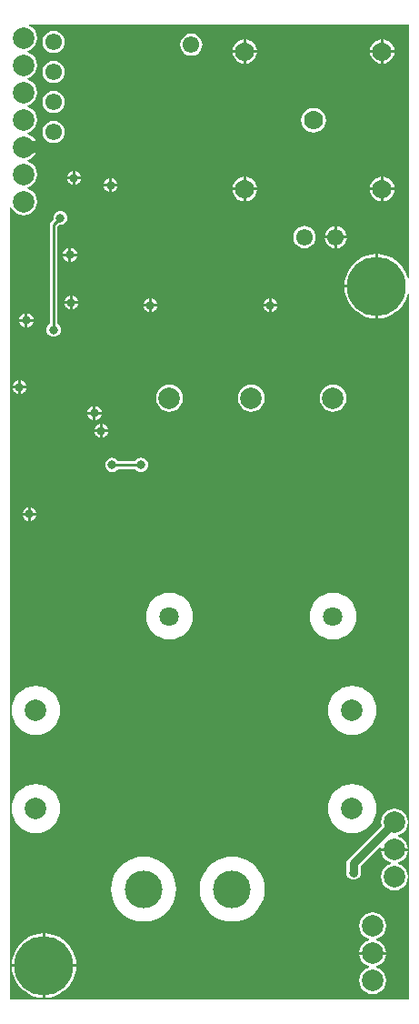
<source format=gbl>
G04*
G04 #@! TF.GenerationSoftware,Altium Limited,Altium Designer,20.0.14 (345)*
G04*
G04 Layer_Physical_Order=2*
G04 Layer_Color=16711680*
%FSLAX25Y25*%
%MOIN*%
G70*
G01*
G75*
%ADD56C,0.00900*%
%ADD57C,0.03000*%
%ADD58C,0.07874*%
%ADD59C,0.13780*%
%ADD60C,0.07087*%
%ADD61C,0.06102*%
%ADD62C,0.21654*%
%ADD63C,0.07000*%
%ADD64C,0.03150*%
%ADD65C,0.04000*%
G36*
X246500Y371820D02*
X246000Y371761D01*
X245783Y372666D01*
X245070Y374386D01*
X244098Y375973D01*
X242889Y377389D01*
X241473Y378598D01*
X239886Y379570D01*
X238166Y380283D01*
X236356Y380717D01*
X235000Y380824D01*
Y369000D01*
Y357176D01*
X236356Y357283D01*
X238166Y357717D01*
X239886Y358430D01*
X241473Y359402D01*
X242889Y360611D01*
X244098Y362027D01*
X245070Y363614D01*
X245783Y365334D01*
X246000Y366239D01*
X246500Y366180D01*
Y107500D01*
X100000D01*
Y397864D01*
X100500Y397963D01*
X100688Y397510D01*
X101479Y396479D01*
X102510Y395688D01*
X103711Y395190D01*
X105000Y395020D01*
X106289Y395190D01*
X107490Y395688D01*
X108521Y396479D01*
X109312Y397510D01*
X109810Y398711D01*
X109980Y400000D01*
X109810Y401289D01*
X109312Y402490D01*
X108521Y403521D01*
X107490Y404313D01*
X106483Y404729D01*
Y405271D01*
X107490Y405688D01*
X108521Y406479D01*
X109312Y407510D01*
X109810Y408711D01*
X109980Y410000D01*
X109810Y411289D01*
X109312Y412490D01*
X108521Y413521D01*
X107490Y414313D01*
X106483Y414729D01*
Y415271D01*
X107490Y415688D01*
X108521Y416479D01*
X109312Y417510D01*
X109482Y417919D01*
X109226Y417879D01*
X108917Y417811D01*
X108638Y417728D01*
X108387Y417630D01*
X108166Y417516D01*
X107974Y417388D01*
X107812Y417244D01*
Y419500D01*
X105000D01*
Y420500D01*
X107812D01*
Y422756D01*
X107974Y422612D01*
X108166Y422484D01*
X108387Y422370D01*
X108638Y422272D01*
X108917Y422189D01*
X109226Y422121D01*
X109482Y422081D01*
X109312Y422490D01*
X108521Y423521D01*
X107490Y424312D01*
X106483Y424729D01*
Y425271D01*
X107490Y425688D01*
X108521Y426479D01*
X109312Y427510D01*
X109810Y428711D01*
X109980Y430000D01*
X109810Y431289D01*
X109312Y432490D01*
X108521Y433521D01*
X107490Y434312D01*
X106483Y434729D01*
Y435271D01*
X107490Y435687D01*
X108521Y436479D01*
X109312Y437510D01*
X109810Y438711D01*
X109980Y440000D01*
X109810Y441289D01*
X109312Y442490D01*
X108521Y443521D01*
X107490Y444312D01*
X106483Y444729D01*
Y445271D01*
X107490Y445687D01*
X108521Y446479D01*
X109312Y447510D01*
X109810Y448711D01*
X109980Y450000D01*
X109810Y451289D01*
X109312Y452490D01*
X108521Y453521D01*
X107490Y454313D01*
X106483Y454729D01*
Y455271D01*
X107490Y455688D01*
X108521Y456479D01*
X109312Y457510D01*
X109810Y458711D01*
X109980Y460000D01*
X109810Y461289D01*
X109312Y462490D01*
X108521Y463521D01*
X107490Y464313D01*
X107037Y464500D01*
X107136Y465000D01*
X246500D01*
Y371820D01*
D02*
G37*
%LPC*%
G36*
X237000Y459473D02*
Y455500D01*
X240973D01*
X240884Y456175D01*
X240431Y457269D01*
X239709Y458209D01*
X238769Y458931D01*
X237675Y459384D01*
X237000Y459473D01*
D02*
G37*
G36*
X186600D02*
Y455500D01*
X190573D01*
X190484Y456175D01*
X190031Y457269D01*
X189309Y458209D01*
X188369Y458931D01*
X187275Y459384D01*
X186600Y459473D01*
D02*
G37*
G36*
X236000D02*
X235325Y459384D01*
X234231Y458931D01*
X233291Y458209D01*
X232569Y457269D01*
X232116Y456175D01*
X232027Y455500D01*
X236000D01*
Y459473D01*
D02*
G37*
G36*
X185600D02*
X184925Y459384D01*
X183831Y458931D01*
X182891Y458209D01*
X182169Y457269D01*
X181716Y456175D01*
X181627Y455500D01*
X185600D01*
Y459473D01*
D02*
G37*
G36*
X116000Y462586D02*
X114942Y462447D01*
X113957Y462039D01*
X113111Y461389D01*
X112461Y460543D01*
X112053Y459558D01*
X111914Y458500D01*
X112053Y457442D01*
X112461Y456457D01*
X113111Y455611D01*
X113957Y454961D01*
X114942Y454553D01*
X116000Y454414D01*
X117058Y454553D01*
X118043Y454961D01*
X118889Y455611D01*
X119539Y456457D01*
X119947Y457442D01*
X120086Y458500D01*
X119947Y459558D01*
X119539Y460543D01*
X118889Y461389D01*
X118043Y462039D01*
X117058Y462447D01*
X116000Y462586D01*
D02*
G37*
G36*
X166500Y461586D02*
X165442Y461447D01*
X164457Y461039D01*
X163611Y460389D01*
X162961Y459543D01*
X162553Y458558D01*
X162414Y457500D01*
X162553Y456442D01*
X162961Y455457D01*
X163611Y454611D01*
X164457Y453961D01*
X165442Y453553D01*
X166500Y453414D01*
X167558Y453553D01*
X168543Y453961D01*
X169389Y454611D01*
X170039Y455457D01*
X170447Y456442D01*
X170586Y457500D01*
X170447Y458558D01*
X170039Y459543D01*
X169389Y460389D01*
X168543Y461039D01*
X167558Y461447D01*
X166500Y461586D01*
D02*
G37*
G36*
X240973Y454500D02*
X237000D01*
Y450527D01*
X237675Y450616D01*
X238769Y451069D01*
X239709Y451791D01*
X240431Y452731D01*
X240884Y453825D01*
X240973Y454500D01*
D02*
G37*
G36*
X190573D02*
X186600D01*
Y450527D01*
X187275Y450616D01*
X188369Y451069D01*
X189309Y451791D01*
X190031Y452731D01*
X190484Y453825D01*
X190573Y454500D01*
D02*
G37*
G36*
X236000D02*
X232027D01*
X232116Y453825D01*
X232569Y452731D01*
X233291Y451791D01*
X234231Y451069D01*
X235325Y450616D01*
X236000Y450527D01*
Y454500D01*
D02*
G37*
G36*
X185600D02*
X181627D01*
X181716Y453825D01*
X182169Y452731D01*
X182891Y451791D01*
X183831Y451069D01*
X184925Y450616D01*
X185600Y450527D01*
Y454500D01*
D02*
G37*
G36*
X116000Y451586D02*
X114942Y451447D01*
X113957Y451039D01*
X113111Y450389D01*
X112461Y449543D01*
X112053Y448558D01*
X111914Y447500D01*
X112053Y446442D01*
X112461Y445457D01*
X113111Y444611D01*
X113957Y443961D01*
X114942Y443553D01*
X116000Y443414D01*
X117058Y443553D01*
X118043Y443961D01*
X118889Y444611D01*
X119539Y445457D01*
X119947Y446442D01*
X120086Y447500D01*
X119947Y448558D01*
X119539Y449543D01*
X118889Y450389D01*
X118043Y451039D01*
X117058Y451447D01*
X116000Y451586D01*
D02*
G37*
G36*
Y440586D02*
X114942Y440447D01*
X113957Y440039D01*
X113111Y439389D01*
X112461Y438543D01*
X112053Y437558D01*
X111914Y436500D01*
X112053Y435442D01*
X112461Y434457D01*
X113111Y433611D01*
X113957Y432961D01*
X114942Y432553D01*
X116000Y432414D01*
X117058Y432553D01*
X118043Y432961D01*
X118889Y433611D01*
X119539Y434457D01*
X119947Y435442D01*
X120086Y436500D01*
X119947Y437558D01*
X119539Y438543D01*
X118889Y439389D01*
X118043Y440039D01*
X117058Y440447D01*
X116000Y440586D01*
D02*
G37*
G36*
X211300Y434339D02*
X210125Y434184D01*
X209031Y433731D01*
X208091Y433009D01*
X207369Y432069D01*
X206916Y430975D01*
X206761Y429800D01*
X206916Y428625D01*
X207369Y427531D01*
X208091Y426591D01*
X209031Y425869D01*
X210125Y425416D01*
X211300Y425261D01*
X212475Y425416D01*
X213569Y425869D01*
X214509Y426591D01*
X215231Y427531D01*
X215684Y428625D01*
X215839Y429800D01*
X215684Y430975D01*
X215231Y432069D01*
X214509Y433009D01*
X213569Y433731D01*
X212475Y434184D01*
X211300Y434339D01*
D02*
G37*
G36*
X116000Y429586D02*
X114942Y429447D01*
X113957Y429039D01*
X113111Y428389D01*
X112461Y427543D01*
X112053Y426558D01*
X111914Y425500D01*
X112053Y424442D01*
X112461Y423457D01*
X113111Y422611D01*
X113957Y421961D01*
X114942Y421553D01*
X116000Y421414D01*
X117058Y421553D01*
X118043Y421961D01*
X118889Y422611D01*
X119539Y423457D01*
X119947Y424442D01*
X120086Y425500D01*
X119947Y426558D01*
X119539Y427543D01*
X118889Y428389D01*
X118043Y429039D01*
X117058Y429447D01*
X116000Y429586D01*
D02*
G37*
G36*
X124000Y411202D02*
Y409171D01*
X126031D01*
X126008Y409343D01*
X125749Y409970D01*
X125336Y410508D01*
X124799Y410920D01*
X124172Y411180D01*
X124000Y411202D01*
D02*
G37*
G36*
X123000D02*
X122828Y411180D01*
X122202Y410920D01*
X121664Y410508D01*
X121251Y409970D01*
X120992Y409343D01*
X120969Y409171D01*
X123000D01*
Y411202D01*
D02*
G37*
G36*
X137374Y408531D02*
Y406500D01*
X139405D01*
X139383Y406672D01*
X139123Y407299D01*
X138710Y407836D01*
X138172Y408249D01*
X137546Y408508D01*
X137374Y408531D01*
D02*
G37*
G36*
X136374D02*
X136202Y408508D01*
X135575Y408249D01*
X135038Y407836D01*
X134625Y407299D01*
X134365Y406672D01*
X134343Y406500D01*
X136374D01*
Y408531D01*
D02*
G37*
G36*
X126031Y408171D02*
X124000D01*
Y406140D01*
X124172Y406163D01*
X124799Y406422D01*
X125336Y406835D01*
X125749Y407373D01*
X126008Y407999D01*
X126031Y408171D01*
D02*
G37*
G36*
X123000D02*
X120969D01*
X120992Y407999D01*
X121251Y407373D01*
X121664Y406835D01*
X122202Y406422D01*
X122828Y406163D01*
X123000Y406140D01*
Y408171D01*
D02*
G37*
G36*
X237000Y409073D02*
Y405100D01*
X240973D01*
X240884Y405775D01*
X240431Y406869D01*
X239709Y407809D01*
X238769Y408531D01*
X237675Y408984D01*
X237000Y409073D01*
D02*
G37*
G36*
X186600D02*
Y405100D01*
X190573D01*
X190484Y405775D01*
X190031Y406869D01*
X189309Y407809D01*
X188369Y408531D01*
X187275Y408984D01*
X186600Y409073D01*
D02*
G37*
G36*
X236000D02*
X235325Y408984D01*
X234231Y408531D01*
X233291Y407809D01*
X232569Y406869D01*
X232116Y405775D01*
X232027Y405100D01*
X236000D01*
Y409073D01*
D02*
G37*
G36*
X185600D02*
X184925Y408984D01*
X183831Y408531D01*
X182891Y407809D01*
X182169Y406869D01*
X181716Y405775D01*
X181627Y405100D01*
X185600D01*
Y409073D01*
D02*
G37*
G36*
X139405Y405500D02*
X137374D01*
Y403469D01*
X137546Y403491D01*
X138172Y403751D01*
X138710Y404164D01*
X139123Y404702D01*
X139383Y405328D01*
X139405Y405500D01*
D02*
G37*
G36*
X136374D02*
X134343D01*
X134365Y405328D01*
X134625Y404702D01*
X135038Y404164D01*
X135575Y403751D01*
X136202Y403491D01*
X136374Y403469D01*
Y405500D01*
D02*
G37*
G36*
X240973Y404100D02*
X237000D01*
Y400127D01*
X237675Y400216D01*
X238769Y400669D01*
X239709Y401391D01*
X240431Y402331D01*
X240884Y403425D01*
X240973Y404100D01*
D02*
G37*
G36*
X190573D02*
X186600D01*
Y400127D01*
X187275Y400216D01*
X188369Y400669D01*
X189309Y401391D01*
X190031Y402331D01*
X190484Y403425D01*
X190573Y404100D01*
D02*
G37*
G36*
X236000D02*
X232027D01*
X232116Y403425D01*
X232569Y402331D01*
X233291Y401391D01*
X234231Y400669D01*
X235325Y400216D01*
X236000Y400127D01*
Y404100D01*
D02*
G37*
G36*
X185600D02*
X181627D01*
X181716Y403425D01*
X182169Y402331D01*
X182891Y401391D01*
X183831Y400669D01*
X184925Y400216D01*
X185600Y400127D01*
Y404100D01*
D02*
G37*
G36*
X118500Y396636D02*
X117828Y396548D01*
X117201Y396288D01*
X116664Y395876D01*
X116251Y395338D01*
X115991Y394711D01*
X115903Y394039D01*
X115962Y393592D01*
X114955Y392585D01*
X114634Y392105D01*
X114522Y391539D01*
Y355111D01*
X114164Y354836D01*
X113751Y354298D01*
X113491Y353672D01*
X113403Y353000D01*
X113491Y352328D01*
X113751Y351701D01*
X114164Y351164D01*
X114701Y350751D01*
X115328Y350491D01*
X116000Y350403D01*
X116672Y350491D01*
X117298Y350751D01*
X117836Y351164D01*
X118249Y351701D01*
X118509Y352328D01*
X118597Y353000D01*
X118509Y353672D01*
X118249Y354298D01*
X117836Y354836D01*
X117478Y355111D01*
Y390927D01*
X118053Y391501D01*
X118500Y391442D01*
X119172Y391531D01*
X119799Y391790D01*
X120336Y392203D01*
X120749Y392741D01*
X121009Y393367D01*
X121097Y394039D01*
X121009Y394711D01*
X120749Y395338D01*
X120336Y395876D01*
X119799Y396288D01*
X119172Y396548D01*
X118500Y396636D01*
D02*
G37*
G36*
X220000Y391020D02*
Y387500D01*
X223520D01*
X223447Y388058D01*
X223039Y389043D01*
X222389Y389889D01*
X221543Y390539D01*
X220558Y390947D01*
X220000Y391020D01*
D02*
G37*
G36*
X219000D02*
X218442Y390947D01*
X217457Y390539D01*
X216611Y389889D01*
X215961Y389043D01*
X215553Y388058D01*
X215480Y387500D01*
X219000D01*
Y391020D01*
D02*
G37*
G36*
X223520Y386500D02*
X220000D01*
Y382980D01*
X220558Y383053D01*
X221543Y383461D01*
X222389Y384111D01*
X223039Y384957D01*
X223447Y385942D01*
X223520Y386500D01*
D02*
G37*
G36*
X219000D02*
X215480D01*
X215553Y385942D01*
X215961Y384957D01*
X216611Y384111D01*
X217457Y383461D01*
X218442Y383053D01*
X219000Y382980D01*
Y386500D01*
D02*
G37*
G36*
X208000Y391086D02*
X206942Y390947D01*
X205957Y390539D01*
X205111Y389889D01*
X204461Y389043D01*
X204053Y388058D01*
X203914Y387000D01*
X204053Y385942D01*
X204461Y384957D01*
X205111Y384111D01*
X205957Y383461D01*
X206942Y383053D01*
X208000Y382914D01*
X209058Y383053D01*
X210043Y383461D01*
X210889Y384111D01*
X211539Y384957D01*
X211947Y385942D01*
X212086Y387000D01*
X211947Y388058D01*
X211539Y389043D01*
X210889Y389889D01*
X210043Y390539D01*
X209058Y390947D01*
X208000Y391086D01*
D02*
G37*
G36*
X122500Y383031D02*
Y381000D01*
X124531D01*
X124509Y381172D01*
X124249Y381799D01*
X123836Y382336D01*
X123299Y382749D01*
X122672Y383009D01*
X122500Y383031D01*
D02*
G37*
G36*
X121500D02*
X121328Y383009D01*
X120702Y382749D01*
X120164Y382336D01*
X119751Y381799D01*
X119492Y381172D01*
X119469Y381000D01*
X121500D01*
Y383031D01*
D02*
G37*
G36*
X124531Y380000D02*
X122500D01*
Y377969D01*
X122672Y377992D01*
X123299Y378251D01*
X123836Y378664D01*
X124249Y379202D01*
X124509Y379828D01*
X124531Y380000D01*
D02*
G37*
G36*
X121500D02*
X119469D01*
X119492Y379828D01*
X119751Y379202D01*
X120164Y378664D01*
X120702Y378251D01*
X121328Y377992D01*
X121500Y377969D01*
Y380000D01*
D02*
G37*
G36*
X234000Y380824D02*
X232644Y380717D01*
X230834Y380283D01*
X229114Y379570D01*
X227527Y378598D01*
X226111Y377389D01*
X224902Y375973D01*
X223930Y374386D01*
X223217Y372666D01*
X222783Y370856D01*
X222676Y369500D01*
X234000D01*
Y380824D01*
D02*
G37*
G36*
X123000Y365531D02*
Y363500D01*
X125031D01*
X125008Y363672D01*
X124749Y364299D01*
X124336Y364836D01*
X123799Y365249D01*
X123172Y365509D01*
X123000Y365531D01*
D02*
G37*
G36*
X122000D02*
X121828Y365509D01*
X121202Y365249D01*
X120664Y364836D01*
X120251Y364299D01*
X119992Y363672D01*
X119969Y363500D01*
X122000D01*
Y365531D01*
D02*
G37*
G36*
X196000Y364531D02*
Y362500D01*
X198031D01*
X198009Y362672D01*
X197749Y363299D01*
X197336Y363836D01*
X196799Y364249D01*
X196172Y364509D01*
X196000Y364531D01*
D02*
G37*
G36*
X195000D02*
X194828Y364509D01*
X194202Y364249D01*
X193664Y363836D01*
X193251Y363299D01*
X192991Y362672D01*
X192969Y362500D01*
X195000D01*
Y364531D01*
D02*
G37*
G36*
X152000D02*
Y362500D01*
X154031D01*
X154008Y362672D01*
X153749Y363299D01*
X153336Y363836D01*
X152798Y364249D01*
X152172Y364509D01*
X152000Y364531D01*
D02*
G37*
G36*
X151000D02*
X150828Y364509D01*
X150201Y364249D01*
X149664Y363836D01*
X149251Y363299D01*
X148992Y362672D01*
X148969Y362500D01*
X151000D01*
Y364531D01*
D02*
G37*
G36*
X125031Y362500D02*
X123000D01*
Y360469D01*
X123172Y360491D01*
X123799Y360751D01*
X124336Y361164D01*
X124749Y361701D01*
X125008Y362328D01*
X125031Y362500D01*
D02*
G37*
G36*
X122000D02*
X119969D01*
X119992Y362328D01*
X120251Y361701D01*
X120664Y361164D01*
X121202Y360751D01*
X121828Y360491D01*
X122000Y360469D01*
Y362500D01*
D02*
G37*
G36*
X198031Y361500D02*
X196000D01*
Y359469D01*
X196172Y359491D01*
X196799Y359751D01*
X197336Y360164D01*
X197749Y360701D01*
X198009Y361328D01*
X198031Y361500D01*
D02*
G37*
G36*
X195000D02*
X192969D01*
X192991Y361328D01*
X193251Y360701D01*
X193664Y360164D01*
X194202Y359751D01*
X194828Y359491D01*
X195000Y359469D01*
Y361500D01*
D02*
G37*
G36*
X154031D02*
X152000D01*
Y359469D01*
X152172Y359491D01*
X152798Y359751D01*
X153336Y360164D01*
X153749Y360701D01*
X154008Y361328D01*
X154031Y361500D01*
D02*
G37*
G36*
X151000D02*
X148969D01*
X148992Y361328D01*
X149251Y360701D01*
X149664Y360164D01*
X150201Y359751D01*
X150828Y359491D01*
X151000Y359469D01*
Y361500D01*
D02*
G37*
G36*
X234000Y368500D02*
X222676D01*
X222783Y367144D01*
X223217Y365334D01*
X223930Y363614D01*
X224902Y362027D01*
X226111Y360611D01*
X227527Y359402D01*
X229114Y358430D01*
X230834Y357717D01*
X232644Y357283D01*
X234000Y357176D01*
Y368500D01*
D02*
G37*
G36*
X106500Y359031D02*
Y357000D01*
X108531D01*
X108509Y357172D01*
X108249Y357799D01*
X107836Y358336D01*
X107299Y358749D01*
X106672Y359009D01*
X106500Y359031D01*
D02*
G37*
G36*
X105500D02*
X105328Y359009D01*
X104701Y358749D01*
X104164Y358336D01*
X103751Y357799D01*
X103491Y357172D01*
X103469Y357000D01*
X105500D01*
Y359031D01*
D02*
G37*
G36*
X108531Y356000D02*
X106500D01*
Y353969D01*
X106672Y353992D01*
X107299Y354251D01*
X107836Y354664D01*
X108249Y355202D01*
X108509Y355828D01*
X108531Y356000D01*
D02*
G37*
G36*
X105500D02*
X103469D01*
X103491Y355828D01*
X103751Y355202D01*
X104164Y354664D01*
X104701Y354251D01*
X105328Y353992D01*
X105500Y353969D01*
Y356000D01*
D02*
G37*
G36*
X104000Y334531D02*
Y332500D01*
X106031D01*
X106009Y332672D01*
X105749Y333298D01*
X105336Y333836D01*
X104798Y334249D01*
X104172Y334508D01*
X104000Y334531D01*
D02*
G37*
G36*
X103000D02*
X102828Y334508D01*
X102201Y334249D01*
X101664Y333836D01*
X101251Y333298D01*
X100991Y332672D01*
X100969Y332500D01*
X103000D01*
Y334531D01*
D02*
G37*
G36*
X106031Y331500D02*
X104000D01*
Y329469D01*
X104172Y329491D01*
X104798Y329751D01*
X105336Y330164D01*
X105749Y330701D01*
X106009Y331328D01*
X106031Y331500D01*
D02*
G37*
G36*
X103000D02*
X100969D01*
X100991Y331328D01*
X101251Y330701D01*
X101664Y330164D01*
X102201Y329751D01*
X102828Y329491D01*
X103000Y329469D01*
Y331500D01*
D02*
G37*
G36*
X218500Y332980D02*
X217211Y332810D01*
X216010Y332312D01*
X214979Y331521D01*
X214188Y330490D01*
X213690Y329289D01*
X213520Y328000D01*
X213690Y326711D01*
X214188Y325510D01*
X214979Y324479D01*
X216010Y323688D01*
X217211Y323190D01*
X218500Y323020D01*
X219789Y323190D01*
X220990Y323688D01*
X222021Y324479D01*
X222813Y325510D01*
X223310Y326711D01*
X223480Y328000D01*
X223310Y329289D01*
X222813Y330490D01*
X222021Y331521D01*
X220990Y332312D01*
X219789Y332810D01*
X218500Y332980D01*
D02*
G37*
G36*
X188500D02*
X187211Y332810D01*
X186010Y332312D01*
X184979Y331521D01*
X184187Y330490D01*
X183690Y329289D01*
X183520Y328000D01*
X183690Y326711D01*
X184187Y325510D01*
X184979Y324479D01*
X186010Y323688D01*
X187211Y323190D01*
X188500Y323020D01*
X189789Y323190D01*
X190990Y323688D01*
X192021Y324479D01*
X192813Y325510D01*
X193310Y326711D01*
X193480Y328000D01*
X193310Y329289D01*
X192813Y330490D01*
X192021Y331521D01*
X190990Y332312D01*
X189789Y332810D01*
X188500Y332980D01*
D02*
G37*
G36*
X158500D02*
X157211Y332810D01*
X156010Y332312D01*
X154979Y331521D01*
X154188Y330490D01*
X153690Y329289D01*
X153520Y328000D01*
X153690Y326711D01*
X154188Y325510D01*
X154979Y324479D01*
X156010Y323688D01*
X157211Y323190D01*
X158500Y323020D01*
X159789Y323190D01*
X160990Y323688D01*
X162021Y324479D01*
X162812Y325510D01*
X163310Y326711D01*
X163480Y328000D01*
X163310Y329289D01*
X162812Y330490D01*
X162021Y331521D01*
X160990Y332312D01*
X159789Y332810D01*
X158500Y332980D01*
D02*
G37*
G36*
X131500Y325031D02*
Y323000D01*
X133531D01*
X133509Y323172D01*
X133249Y323798D01*
X132836Y324336D01*
X132299Y324749D01*
X131672Y325009D01*
X131500Y325031D01*
D02*
G37*
G36*
X130500D02*
X130328Y325009D01*
X129701Y324749D01*
X129164Y324336D01*
X128751Y323798D01*
X128491Y323172D01*
X128469Y323000D01*
X130500D01*
Y325031D01*
D02*
G37*
G36*
X133531Y322000D02*
X131500D01*
Y319969D01*
X131672Y319991D01*
X132299Y320251D01*
X132836Y320664D01*
X133249Y321201D01*
X133509Y321828D01*
X133531Y322000D01*
D02*
G37*
G36*
X130500D02*
X128469D01*
X128491Y321828D01*
X128751Y321201D01*
X129164Y320664D01*
X129701Y320251D01*
X130328Y319991D01*
X130500Y319969D01*
Y322000D01*
D02*
G37*
G36*
X134000Y318531D02*
Y316500D01*
X136031D01*
X136009Y316672D01*
X135749Y317299D01*
X135336Y317836D01*
X134799Y318249D01*
X134172Y318509D01*
X134000Y318531D01*
D02*
G37*
G36*
X133000D02*
X132828Y318509D01*
X132202Y318249D01*
X131664Y317836D01*
X131251Y317299D01*
X130991Y316672D01*
X130969Y316500D01*
X133000D01*
Y318531D01*
D02*
G37*
G36*
X136031Y315500D02*
X134000D01*
Y313469D01*
X134172Y313492D01*
X134799Y313751D01*
X135336Y314164D01*
X135749Y314702D01*
X136009Y315328D01*
X136031Y315500D01*
D02*
G37*
G36*
X133000D02*
X130969D01*
X130991Y315328D01*
X131251Y314702D01*
X131664Y314164D01*
X132202Y313751D01*
X132828Y313492D01*
X133000Y313469D01*
Y315500D01*
D02*
G37*
G36*
X148000Y306097D02*
X147328Y306009D01*
X146702Y305749D01*
X146164Y305336D01*
X145889Y304978D01*
X139611D01*
X139336Y305336D01*
X138798Y305749D01*
X138172Y306009D01*
X137500Y306097D01*
X136828Y306009D01*
X136202Y305749D01*
X135664Y305336D01*
X135251Y304799D01*
X134992Y304172D01*
X134903Y303500D01*
X134992Y302828D01*
X135251Y302202D01*
X135664Y301664D01*
X136202Y301251D01*
X136828Y300992D01*
X137500Y300903D01*
X138172Y300992D01*
X138798Y301251D01*
X139336Y301664D01*
X139611Y302022D01*
X145889D01*
X146164Y301664D01*
X146702Y301251D01*
X147328Y300992D01*
X148000Y300903D01*
X148672Y300992D01*
X149299Y301251D01*
X149836Y301664D01*
X150249Y302202D01*
X150508Y302828D01*
X150597Y303500D01*
X150508Y304172D01*
X150249Y304799D01*
X149836Y305336D01*
X149299Y305749D01*
X148672Y306009D01*
X148000Y306097D01*
D02*
G37*
G36*
X107595Y287937D02*
Y285906D01*
X109626D01*
X109603Y286078D01*
X109344Y286704D01*
X108931Y287242D01*
X108393Y287655D01*
X107767Y287914D01*
X107595Y287937D01*
D02*
G37*
G36*
X106595D02*
X106422Y287914D01*
X105796Y287655D01*
X105258Y287242D01*
X104845Y286704D01*
X104586Y286078D01*
X104563Y285906D01*
X106595D01*
Y287937D01*
D02*
G37*
G36*
X109626Y284906D02*
X107595D01*
Y282874D01*
X107767Y282897D01*
X108393Y283156D01*
X108931Y283569D01*
X109344Y284107D01*
X109603Y284733D01*
X109626Y284906D01*
D02*
G37*
G36*
X106595D02*
X104563D01*
X104586Y284733D01*
X104845Y284107D01*
X105258Y283569D01*
X105796Y283156D01*
X106422Y282897D01*
X106595Y282874D01*
Y284906D01*
D02*
G37*
G36*
X218500Y256585D02*
X216825Y256420D01*
X215215Y255931D01*
X213731Y255138D01*
X212430Y254070D01*
X211362Y252769D01*
X210569Y251285D01*
X210080Y249675D01*
X209915Y248000D01*
X210080Y246325D01*
X210569Y244715D01*
X211362Y243231D01*
X212430Y241930D01*
X213731Y240862D01*
X215215Y240069D01*
X216825Y239580D01*
X218500Y239415D01*
X220175Y239580D01*
X221785Y240069D01*
X223269Y240862D01*
X224570Y241930D01*
X225638Y243231D01*
X226431Y244715D01*
X226920Y246325D01*
X227085Y248000D01*
X226920Y249675D01*
X226431Y251285D01*
X225638Y252769D01*
X224570Y254070D01*
X223269Y255138D01*
X221785Y255931D01*
X220175Y256420D01*
X218500Y256585D01*
D02*
G37*
G36*
X158500D02*
X156825Y256420D01*
X155215Y255931D01*
X153731Y255138D01*
X152430Y254070D01*
X151362Y252769D01*
X150569Y251285D01*
X150080Y249675D01*
X149915Y248000D01*
X150080Y246325D01*
X150569Y244715D01*
X151362Y243231D01*
X152430Y241930D01*
X153731Y240862D01*
X155215Y240069D01*
X156825Y239580D01*
X158500Y239415D01*
X160175Y239580D01*
X161785Y240069D01*
X163269Y240862D01*
X164570Y241930D01*
X165638Y243231D01*
X166431Y244715D01*
X166920Y246325D01*
X167085Y248000D01*
X166920Y249675D01*
X166431Y251285D01*
X165638Y252769D01*
X164570Y254070D01*
X163269Y255138D01*
X161785Y255931D01*
X160175Y256420D01*
X158500Y256585D01*
D02*
G37*
G36*
X225500Y222480D02*
X223748Y222308D01*
X222063Y221797D01*
X220511Y220967D01*
X219150Y219850D01*
X218033Y218489D01*
X217203Y216937D01*
X216692Y215252D01*
X216520Y213500D01*
X216692Y211748D01*
X217203Y210063D01*
X218033Y208511D01*
X219150Y207150D01*
X220511Y206033D01*
X222063Y205203D01*
X223748Y204692D01*
X225500Y204520D01*
X227252Y204692D01*
X228937Y205203D01*
X230489Y206033D01*
X231850Y207150D01*
X232967Y208511D01*
X233797Y210063D01*
X234308Y211748D01*
X234480Y213500D01*
X234308Y215252D01*
X233797Y216937D01*
X232967Y218489D01*
X231850Y219850D01*
X230489Y220967D01*
X228937Y221797D01*
X227252Y222308D01*
X225500Y222480D01*
D02*
G37*
G36*
X109500D02*
X107748Y222308D01*
X106063Y221797D01*
X104511Y220967D01*
X103150Y219850D01*
X102033Y218489D01*
X101203Y216937D01*
X100692Y215252D01*
X100520Y213500D01*
X100692Y211748D01*
X101203Y210063D01*
X102033Y208511D01*
X103150Y207150D01*
X104511Y206033D01*
X106063Y205203D01*
X107748Y204692D01*
X109500Y204520D01*
X111252Y204692D01*
X112937Y205203D01*
X114489Y206033D01*
X115850Y207150D01*
X116967Y208511D01*
X117797Y210063D01*
X118308Y211748D01*
X118480Y213500D01*
X118308Y215252D01*
X117797Y216937D01*
X116967Y218489D01*
X115850Y219850D01*
X114489Y220967D01*
X112937Y221797D01*
X111252Y222308D01*
X109500Y222480D01*
D02*
G37*
G36*
X225500Y186480D02*
X223748Y186308D01*
X222063Y185797D01*
X220511Y184967D01*
X219150Y183850D01*
X218033Y182489D01*
X217203Y180937D01*
X216692Y179252D01*
X216520Y177500D01*
X216692Y175748D01*
X217203Y174063D01*
X218033Y172511D01*
X219150Y171150D01*
X220511Y170033D01*
X222063Y169203D01*
X223748Y168692D01*
X225500Y168520D01*
X227252Y168692D01*
X228937Y169203D01*
X230489Y170033D01*
X231850Y171150D01*
X232967Y172511D01*
X233797Y174063D01*
X234308Y175748D01*
X234480Y177500D01*
X234308Y179252D01*
X233797Y180937D01*
X232967Y182489D01*
X231850Y183850D01*
X230489Y184967D01*
X228937Y185797D01*
X227252Y186308D01*
X225500Y186480D01*
D02*
G37*
G36*
X109500D02*
X107748Y186308D01*
X106063Y185797D01*
X104511Y184967D01*
X103150Y183850D01*
X102033Y182489D01*
X101203Y180937D01*
X100692Y179252D01*
X100520Y177500D01*
X100692Y175748D01*
X101203Y174063D01*
X102033Y172511D01*
X103150Y171150D01*
X104511Y170033D01*
X106063Y169203D01*
X107748Y168692D01*
X109500Y168520D01*
X111252Y168692D01*
X112937Y169203D01*
X114489Y170033D01*
X115850Y171150D01*
X116967Y172511D01*
X117797Y174063D01*
X118308Y175748D01*
X118480Y177500D01*
X118308Y179252D01*
X117797Y180937D01*
X116967Y182489D01*
X115850Y183850D01*
X114489Y184967D01*
X112937Y185797D01*
X111252Y186308D01*
X109500Y186480D01*
D02*
G37*
G36*
X241000Y177480D02*
X239711Y177310D01*
X238510Y176813D01*
X237479Y176021D01*
X236687Y174990D01*
X236190Y173789D01*
X236020Y172500D01*
X236180Y171285D01*
X224198Y159302D01*
X223645Y158475D01*
X223451Y157500D01*
Y154365D01*
X223403Y154000D01*
X223492Y153328D01*
X223751Y152701D01*
X224164Y152164D01*
X224701Y151751D01*
X225328Y151491D01*
X226000Y151403D01*
X226672Y151491D01*
X227298Y151751D01*
X227836Y152164D01*
X228249Y152701D01*
X228508Y153328D01*
X228597Y154000D01*
X228549Y154365D01*
Y156444D01*
X235654Y163549D01*
X236128Y163316D01*
X236086Y163000D01*
X241000D01*
X245914D01*
X245810Y163789D01*
X245312Y164990D01*
X244521Y166021D01*
X243490Y166813D01*
X242483Y167229D01*
Y167771D01*
X243490Y168187D01*
X244521Y168979D01*
X245312Y170010D01*
X245810Y171211D01*
X245980Y172500D01*
X245810Y173789D01*
X245312Y174990D01*
X244521Y176021D01*
X243490Y176813D01*
X242289Y177310D01*
X241000Y177480D01*
D02*
G37*
G36*
X245914Y162000D02*
X241000D01*
X236086D01*
X236190Y161211D01*
X236687Y160010D01*
X237479Y158979D01*
X238510Y158187D01*
X239517Y157771D01*
Y157229D01*
X238510Y156813D01*
X237479Y156021D01*
X236687Y154990D01*
X236190Y153789D01*
X236020Y152500D01*
X236190Y151211D01*
X236687Y150010D01*
X237479Y148979D01*
X238510Y148187D01*
X239711Y147690D01*
X241000Y147520D01*
X242289Y147690D01*
X243490Y148187D01*
X244521Y148979D01*
X245312Y150010D01*
X245810Y151211D01*
X245980Y152500D01*
X245810Y153789D01*
X245312Y154990D01*
X244521Y156021D01*
X243490Y156813D01*
X242483Y157229D01*
Y157771D01*
X243490Y158187D01*
X244521Y158979D01*
X245312Y160010D01*
X245810Y161211D01*
X245914Y162000D01*
D02*
G37*
G36*
X181500Y159926D02*
X179634Y159780D01*
X177814Y159343D01*
X176085Y158627D01*
X174490Y157649D01*
X173067Y156433D01*
X171851Y155010D01*
X170873Y153414D01*
X170157Y151686D01*
X169720Y149866D01*
X169573Y148000D01*
X169720Y146134D01*
X170157Y144315D01*
X170873Y142586D01*
X171851Y140990D01*
X173067Y139567D01*
X174490Y138351D01*
X176085Y137373D01*
X177814Y136657D01*
X179634Y136220D01*
X181500Y136074D01*
X183366Y136220D01*
X185186Y136657D01*
X186915Y137373D01*
X188510Y138351D01*
X189933Y139567D01*
X191149Y140990D01*
X192127Y142586D01*
X192843Y144315D01*
X193280Y146134D01*
X193427Y148000D01*
X193280Y149866D01*
X192843Y151686D01*
X192127Y153414D01*
X191149Y155010D01*
X189933Y156433D01*
X188510Y157649D01*
X186915Y158627D01*
X185186Y159343D01*
X183366Y159780D01*
X181500Y159926D01*
D02*
G37*
G36*
X148980D02*
X147115Y159780D01*
X145295Y159343D01*
X143566Y158627D01*
X141970Y157649D01*
X140547Y156433D01*
X139331Y155010D01*
X138354Y153414D01*
X137637Y151686D01*
X137201Y149866D01*
X137054Y148000D01*
X137201Y146134D01*
X137637Y144315D01*
X138354Y142586D01*
X139331Y140990D01*
X140547Y139567D01*
X141970Y138351D01*
X143566Y137373D01*
X145295Y136657D01*
X147115Y136220D01*
X148980Y136074D01*
X150846Y136220D01*
X152666Y136657D01*
X154395Y137373D01*
X155991Y138351D01*
X157414Y139567D01*
X158629Y140990D01*
X159607Y142586D01*
X160323Y144315D01*
X160760Y146134D01*
X160907Y148000D01*
X160760Y149866D01*
X160323Y151686D01*
X159607Y153414D01*
X158629Y155010D01*
X157414Y156433D01*
X155991Y157649D01*
X154395Y158627D01*
X152666Y159343D01*
X150846Y159780D01*
X148980Y159926D01*
D02*
G37*
G36*
X233000Y139480D02*
X231711Y139310D01*
X230510Y138812D01*
X229479Y138021D01*
X228688Y136990D01*
X228190Y135789D01*
X228020Y134500D01*
X228190Y133211D01*
X228688Y132010D01*
X229479Y130979D01*
X230510Y130187D01*
X231517Y129771D01*
Y129229D01*
X230510Y128813D01*
X229479Y128021D01*
X228688Y126990D01*
X228190Y125789D01*
X228086Y125000D01*
X233000D01*
X237914D01*
X237810Y125789D01*
X237313Y126990D01*
X236521Y128021D01*
X235490Y128813D01*
X234483Y129229D01*
Y129771D01*
X235490Y130187D01*
X236521Y130979D01*
X237313Y132010D01*
X237810Y133211D01*
X237980Y134500D01*
X237810Y135789D01*
X237313Y136990D01*
X236521Y138021D01*
X235490Y138812D01*
X234289Y139310D01*
X233000Y139480D01*
D02*
G37*
G36*
X113000Y131824D02*
Y120500D01*
X124324D01*
X124217Y121856D01*
X123783Y123666D01*
X123070Y125386D01*
X122098Y126973D01*
X120889Y128389D01*
X119473Y129598D01*
X117886Y130570D01*
X116166Y131283D01*
X114356Y131717D01*
X113000Y131824D01*
D02*
G37*
G36*
X112000D02*
X110644Y131717D01*
X108834Y131283D01*
X107114Y130570D01*
X105527Y129598D01*
X104111Y128389D01*
X102902Y126973D01*
X101930Y125386D01*
X101217Y123666D01*
X100783Y121856D01*
X100676Y120500D01*
X112000D01*
Y131824D01*
D02*
G37*
G36*
X237914Y124000D02*
X233000D01*
X228086D01*
X228190Y123211D01*
X228688Y122010D01*
X229479Y120979D01*
X230510Y120187D01*
X231517Y119771D01*
Y119229D01*
X230510Y118813D01*
X229479Y118021D01*
X228688Y116990D01*
X228190Y115789D01*
X228020Y114500D01*
X228190Y113211D01*
X228688Y112010D01*
X229479Y110979D01*
X230510Y110187D01*
X231711Y109690D01*
X233000Y109520D01*
X234289Y109690D01*
X235490Y110187D01*
X236521Y110979D01*
X237313Y112010D01*
X237810Y113211D01*
X237980Y114500D01*
X237810Y115789D01*
X237313Y116990D01*
X236521Y118021D01*
X235490Y118813D01*
X234483Y119229D01*
Y119771D01*
X235490Y120187D01*
X236521Y120979D01*
X237313Y122010D01*
X237810Y123211D01*
X237914Y124000D01*
D02*
G37*
G36*
X124324Y119500D02*
X113000D01*
Y108176D01*
X114356Y108283D01*
X116166Y108717D01*
X117886Y109430D01*
X119473Y110402D01*
X120889Y111611D01*
X122098Y113027D01*
X123070Y114614D01*
X123783Y116334D01*
X124217Y118144D01*
X124324Y119500D01*
D02*
G37*
G36*
X112000D02*
X100676D01*
X100783Y118144D01*
X101217Y116334D01*
X101930Y114614D01*
X102902Y113027D01*
X104111Y111611D01*
X105527Y110402D01*
X107114Y109430D01*
X108834Y108717D01*
X110644Y108283D01*
X112000Y108176D01*
Y119500D01*
D02*
G37*
%LPD*%
D56*
X116000Y353000D02*
Y391539D01*
X118500Y394039D01*
X137500Y303500D02*
X148000D01*
D57*
X226000Y157500D02*
X241000Y172500D01*
X226000Y154000D02*
Y157500D01*
D58*
X105000Y450000D02*
D03*
Y430000D02*
D03*
Y440000D02*
D03*
Y420000D02*
D03*
Y410000D02*
D03*
Y400000D02*
D03*
Y460000D02*
D03*
X233000Y114500D02*
D03*
Y124500D02*
D03*
Y134500D02*
D03*
X109500Y177500D02*
D03*
X225500D02*
D03*
Y213500D02*
D03*
X109500D02*
D03*
X158500Y328000D02*
D03*
X218500D02*
D03*
X188500D02*
D03*
X241000Y172500D02*
D03*
Y162500D02*
D03*
Y152500D02*
D03*
D59*
X148980Y148000D02*
D03*
X181500D02*
D03*
D60*
X218500Y248000D02*
D03*
X158500D02*
D03*
D61*
X166500Y457500D02*
D03*
X116000Y436500D02*
D03*
Y447500D02*
D03*
Y458500D02*
D03*
Y425500D02*
D03*
X219500Y387000D02*
D03*
X208000D02*
D03*
D62*
X112500Y120000D02*
D03*
X234500Y369000D02*
D03*
D63*
X186100Y455000D02*
D03*
X236500D02*
D03*
Y404600D02*
D03*
X186100D02*
D03*
X211300Y429800D02*
D03*
D64*
X133500Y316000D02*
D03*
X136874Y406000D02*
D03*
X131000Y322500D02*
D03*
X116000Y353000D02*
D03*
X106000Y356500D02*
D03*
X122000Y380500D02*
D03*
X118500Y394039D02*
D03*
X195500Y362000D02*
D03*
X151500D02*
D03*
X148000Y303500D02*
D03*
X137500D02*
D03*
X226000Y154000D02*
D03*
X107095Y285405D02*
D03*
X103500Y332000D02*
D03*
X122500Y363000D02*
D03*
X123500Y408671D02*
D03*
D65*
X105000Y420000D02*
X112000D01*
M02*

</source>
